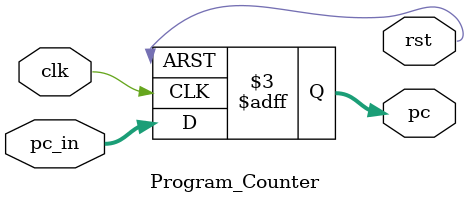
<source format=v>
module Program_Counter
  #(parameter width = 32)
  (
  input  wire  [width-1:0]     pc_in,
  input  wire                  clk,
  output wire                  rst,
  output reg   [width-1:0]     pc
  );
  
always@(posedge clk or negedge rst)
begin
  if(!rst)
    begin
     pc<=32'b0;
     end
   else
     begin
     //pc<=pc+4;
     pc<=pc_in;
     end
end


endmodule
</source>
